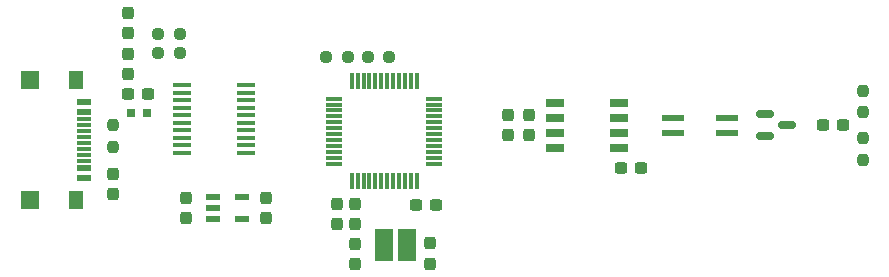
<source format=gbr>
%TF.GenerationSoftware,KiCad,Pcbnew,9.0.7*%
%TF.CreationDate,2026-02-18T00:38:32-05:00*%
%TF.ProjectId,RedPink_STM32C09_Board,52656450-696e-46b5-9f53-544d33324330,rev?*%
%TF.SameCoordinates,Original*%
%TF.FileFunction,Paste,Top*%
%TF.FilePolarity,Positive*%
%FSLAX46Y46*%
G04 Gerber Fmt 4.6, Leading zero omitted, Abs format (unit mm)*
G04 Created by KiCad (PCBNEW 9.0.7) date 2026-02-18 00:38:32*
%MOMM*%
%LPD*%
G01*
G04 APERTURE LIST*
G04 Aperture macros list*
%AMRoundRect*
0 Rectangle with rounded corners*
0 $1 Rounding radius*
0 $2 $3 $4 $5 $6 $7 $8 $9 X,Y pos of 4 corners*
0 Add a 4 corners polygon primitive as box body*
4,1,4,$2,$3,$4,$5,$6,$7,$8,$9,$2,$3,0*
0 Add four circle primitives for the rounded corners*
1,1,$1+$1,$2,$3*
1,1,$1+$1,$4,$5*
1,1,$1+$1,$6,$7*
1,1,$1+$1,$8,$9*
0 Add four rect primitives between the rounded corners*
20,1,$1+$1,$2,$3,$4,$5,0*
20,1,$1+$1,$4,$5,$6,$7,0*
20,1,$1+$1,$6,$7,$8,$9,0*
20,1,$1+$1,$8,$9,$2,$3,0*%
G04 Aperture macros list end*
%ADD10RoundRect,0.237500X-0.237500X0.300000X-0.237500X-0.300000X0.237500X-0.300000X0.237500X0.300000X0*%
%ADD11RoundRect,0.237500X-0.237500X0.250000X-0.237500X-0.250000X0.237500X-0.250000X0.237500X0.250000X0*%
%ADD12R,1.850000X0.600000*%
%ADD13RoundRect,0.237500X0.237500X-0.300000X0.237500X0.300000X-0.237500X0.300000X-0.237500X-0.300000X0*%
%ADD14R,0.300000X1.475000*%
%ADD15R,1.475000X0.300000*%
%ADD16RoundRect,0.237500X-0.300000X-0.237500X0.300000X-0.237500X0.300000X0.237500X-0.300000X0.237500X0*%
%ADD17RoundRect,0.237500X0.300000X0.237500X-0.300000X0.237500X-0.300000X-0.237500X0.300000X-0.237500X0*%
%ADD18RoundRect,0.237500X0.250000X0.237500X-0.250000X0.237500X-0.250000X-0.237500X0.250000X-0.237500X0*%
%ADD19RoundRect,0.237500X0.237500X-0.250000X0.237500X0.250000X-0.237500X0.250000X-0.237500X-0.250000X0*%
%ADD20RoundRect,0.237500X-0.250000X-0.237500X0.250000X-0.237500X0.250000X0.237500X-0.250000X0.237500X0*%
%ADD21R,1.150000X0.600000*%
%ADD22R,1.526000X0.435000*%
%ADD23R,1.500000X2.700000*%
%ADD24R,0.650000X0.700000*%
%ADD25RoundRect,0.150000X-0.587500X-0.150000X0.587500X-0.150000X0.587500X0.150000X-0.587500X0.150000X0*%
%ADD26R,1.150000X0.300000*%
%ADD27R,1.250000X1.550000*%
%ADD28R,1.500000X1.550000*%
%ADD29R,1.500000X0.650000*%
G04 APERTURE END LIST*
D10*
%TO.C,C6*%
X122350000Y-60212500D03*
X122350000Y-61937500D03*
%TD*%
%TO.C,C12*%
X141525000Y-72925000D03*
X141525000Y-74650000D03*
%TD*%
D11*
%TO.C,R4*%
X184525000Y-63337500D03*
X184525000Y-65162500D03*
%TD*%
D12*
%TO.C,FL1*%
X168500000Y-65615000D03*
X168500000Y-66885000D03*
X173050000Y-66885000D03*
X173050000Y-65615000D03*
%TD*%
D10*
%TO.C,C3*%
X134025000Y-72387500D03*
X134025000Y-74112500D03*
%TD*%
D13*
%TO.C,C14*%
X121100000Y-72087500D03*
X121100000Y-70362500D03*
%TD*%
D14*
%TO.C,IC1*%
X141275000Y-70988000D03*
X141775000Y-70988000D03*
X142275000Y-70988000D03*
X142775000Y-70988000D03*
X143275000Y-70988000D03*
X143775000Y-70988000D03*
X144275000Y-70988000D03*
X144775000Y-70988000D03*
X145275000Y-70988000D03*
X145775000Y-70988000D03*
X146275000Y-70988000D03*
X146775000Y-70988000D03*
D15*
X148263000Y-69500000D03*
X148263000Y-69000000D03*
X148263000Y-68500000D03*
X148263000Y-68000000D03*
X148263000Y-67500000D03*
X148263000Y-67000000D03*
X148263000Y-66500000D03*
X148263000Y-66000000D03*
X148263000Y-65500000D03*
X148263000Y-65000000D03*
X148263000Y-64500000D03*
X148263000Y-64000000D03*
D14*
X146775000Y-62512000D03*
X146275000Y-62512000D03*
X145775000Y-62512000D03*
X145275000Y-62512000D03*
X144775000Y-62512000D03*
X144275000Y-62512000D03*
X143775000Y-62512000D03*
X143275000Y-62512000D03*
X142775000Y-62512000D03*
X142275000Y-62512000D03*
X141775000Y-62512000D03*
X141275000Y-62512000D03*
D15*
X139787000Y-64000000D03*
X139787000Y-64500000D03*
X139787000Y-65000000D03*
X139787000Y-65500000D03*
X139787000Y-66000000D03*
X139787000Y-66500000D03*
X139787000Y-67000000D03*
X139787000Y-67500000D03*
X139787000Y-68000000D03*
X139787000Y-68500000D03*
X139787000Y-69000000D03*
X139787000Y-69500000D03*
%TD*%
D13*
%TO.C,C10*%
X141525000Y-78000000D03*
X141525000Y-76275000D03*
%TD*%
D16*
%TO.C,C15*%
X146675000Y-73025000D03*
X148400000Y-73025000D03*
%TD*%
D10*
%TO.C,C8*%
X156275000Y-65387500D03*
X156275000Y-67112500D03*
%TD*%
D17*
%TO.C,C7*%
X165762500Y-69900000D03*
X164037500Y-69900000D03*
%TD*%
D11*
%TO.C,R5*%
X184525000Y-67337500D03*
X184525000Y-69162500D03*
%TD*%
D13*
%TO.C,C11*%
X147925000Y-77962500D03*
X147925000Y-76237500D03*
%TD*%
D10*
%TO.C,C2*%
X127275000Y-72387500D03*
X127275000Y-74112500D03*
%TD*%
D18*
%TO.C,R2*%
X126737500Y-58525000D03*
X124912500Y-58525000D03*
%TD*%
D19*
%TO.C,R3*%
X121025000Y-68062500D03*
X121025000Y-66237500D03*
%TD*%
D17*
%TO.C,C4*%
X124062500Y-63625000D03*
X122337500Y-63625000D03*
%TD*%
D20*
%TO.C,R6*%
X142612500Y-60500000D03*
X144437500Y-60500000D03*
%TD*%
D21*
%TO.C,IC4*%
X129525000Y-72300000D03*
X129525000Y-73250000D03*
X129525000Y-74200000D03*
X132025000Y-74200000D03*
X132025000Y-72300000D03*
%TD*%
D10*
%TO.C,C13*%
X140000000Y-72925000D03*
X140000000Y-74650000D03*
%TD*%
D17*
%TO.C,C9*%
X182887500Y-66250000D03*
X181162500Y-66250000D03*
%TD*%
D22*
%TO.C,IC5*%
X132325000Y-68580000D03*
X132325000Y-67944000D03*
X132325000Y-67310000D03*
X132325000Y-66674000D03*
X132325000Y-66040000D03*
X132325000Y-65404000D03*
X132325000Y-64770000D03*
X132325000Y-64134000D03*
X132325000Y-63500000D03*
X132325000Y-62864000D03*
X126901000Y-62864000D03*
X126901000Y-63500000D03*
X126901000Y-64134000D03*
X126901000Y-64770000D03*
X126901000Y-65404000D03*
X126901000Y-66040000D03*
X126901000Y-66674000D03*
X126901000Y-67310000D03*
X126901000Y-67944000D03*
X126901000Y-68580000D03*
%TD*%
D23*
%TO.C,Y1*%
X144037500Y-76400000D03*
X145937500Y-76400000D03*
%TD*%
D24*
%TO.C,FB1*%
X123950000Y-65250000D03*
X122600000Y-65250000D03*
%TD*%
D25*
%TO.C,D1*%
X176275000Y-65300000D03*
X176275000Y-67200000D03*
X178150000Y-66250000D03*
%TD*%
D21*
%TO.C,J1*%
X118613000Y-64300000D03*
X118613000Y-65100000D03*
D26*
X118613000Y-66250000D03*
X118613000Y-67250000D03*
X118613000Y-67750000D03*
X118613000Y-68750000D03*
D21*
X118613000Y-70700000D03*
X118613000Y-69900000D03*
D26*
X118613000Y-69250000D03*
X118613000Y-68250000D03*
X118613000Y-66750000D03*
X118613000Y-65750000D03*
D27*
X117963000Y-62405000D03*
X117963000Y-72595000D03*
D28*
X114038000Y-72595000D03*
X114038000Y-62405000D03*
%TD*%
D10*
%TO.C,C1*%
X154525000Y-65387500D03*
X154525000Y-67112500D03*
%TD*%
D20*
%TO.C,R1*%
X124887500Y-60100000D03*
X126712500Y-60100000D03*
%TD*%
D29*
%TO.C,IC3*%
X158525000Y-64370000D03*
X158525000Y-65640000D03*
X158525000Y-66910000D03*
X158525000Y-68180000D03*
X163925000Y-68180000D03*
X163925000Y-66910000D03*
X163925000Y-65640000D03*
X163925000Y-64370000D03*
%TD*%
D13*
%TO.C,C5*%
X122325000Y-58437500D03*
X122325000Y-56712500D03*
%TD*%
D20*
%TO.C,R7*%
X139112500Y-60500000D03*
X140937500Y-60500000D03*
%TD*%
M02*

</source>
